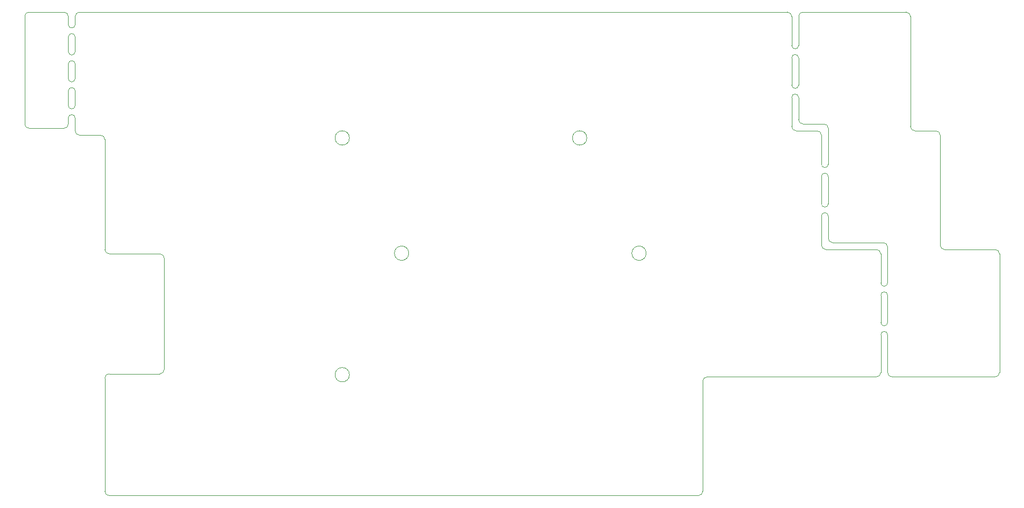
<source format=gm1>
G04 #@! TF.GenerationSoftware,KiCad,Pcbnew,(5.1.4)-1*
G04 #@! TF.CreationDate,2021-01-05T09:43:53-08:00*
G04 #@! TF.ProjectId,andante-classic,616e6461-6e74-4652-9d63-6c6173736963,rev?*
G04 #@! TF.SameCoordinates,Original*
G04 #@! TF.FileFunction,Profile,NP*
%FSLAX46Y46*%
G04 Gerber Fmt 4.6, Leading zero omitted, Abs format (unit mm)*
G04 Created by KiCad (PCBNEW (5.1.4)-1) date 2021-01-05 09:43:53*
%MOMM*%
%LPD*%
G04 APERTURE LIST*
%ADD10C,0.100000*%
G04 APERTURE END LIST*
D10*
X242850000Y-38534999D02*
G75*
G03X242850000Y-38534999I-1150000J0D01*
G01*
X281599999Y-42735000D02*
X281599999Y-36985000D01*
X160737500Y-24668331D02*
X160737499Y-22334997D01*
X159637500Y-22335000D02*
X159637499Y-24668333D01*
X204750000Y-76535000D02*
G75*
G03X204750000Y-76535000I-1150000J0D01*
G01*
X214275000Y-57035000D02*
G75*
G03X214275000Y-57035000I-1150000J0D01*
G01*
X204750000Y-38534999D02*
G75*
G03X204750000Y-38534999I-1150000J0D01*
G01*
X159637501Y-22334999D02*
G75*
G02X160737499Y-22334997I549999J0D01*
G01*
X277537500Y-36285000D02*
G75*
G02X276837500Y-35585000I0J700000D01*
G01*
X279799999Y-37385000D02*
G75*
G02X280499999Y-38085000I0J-700000D01*
G01*
X276437500Y-37385000D02*
X279799999Y-37385000D01*
X276837500Y-35585000D02*
X276837500Y-32035000D01*
X160737501Y-24668331D02*
G75*
G02X159637499Y-24668333I-550001J-2D01*
G01*
X275737500Y-32035000D02*
X275737500Y-36685000D01*
X252375000Y-57034999D02*
G75*
G03X252375000Y-57034999I-1150000J0D01*
G01*
X275737500Y-32035000D02*
G75*
G02X276837500Y-32035000I550000J0D01*
G01*
X276437500Y-37385000D02*
G75*
G02X275737500Y-36685000I0J700000D01*
G01*
X159637500Y-35335000D02*
X159637500Y-36285000D01*
X158937500Y-18335000D02*
G75*
G02X159637500Y-19035000I0J-700000D01*
G01*
X159637500Y-19035000D02*
X159637499Y-20334999D01*
X166200001Y-57134999D02*
G75*
G02X165500000Y-56435000I-1J700000D01*
G01*
X160737501Y-20334997D02*
G75*
G02X159637499Y-20334999I-550001J-2D01*
G01*
X276837500Y-23685000D02*
G75*
G02X275737500Y-23685000I-550000J0D01*
G01*
X275037500Y-18335000D02*
G75*
G02X275737500Y-19035000I0J-700000D01*
G01*
X161437500Y-18335001D02*
X275037500Y-18335001D01*
X160737501Y-19035000D02*
G75*
G02X161437500Y-18335001I699999J0D01*
G01*
X164800000Y-38085000D02*
X161437500Y-38085000D01*
X165500000Y-77083437D02*
G75*
G02X166200000Y-76383437I700000J0D01*
G01*
X291124999Y-68135000D02*
X291124999Y-63785000D01*
X175025000Y-75683437D02*
X175025000Y-57835000D01*
X290024999Y-63785000D02*
X290024999Y-68135000D01*
X165500000Y-56435000D02*
X165500000Y-38785000D01*
X161437500Y-38085000D02*
G75*
G02X160737500Y-37385000I0J700000D01*
G01*
X160737500Y-37385000D02*
X160737499Y-35334997D01*
X159637500Y-36285000D02*
G75*
G02X158937500Y-36985000I-700000J0D01*
G01*
X152637501Y-19035000D02*
G75*
G02X153337500Y-18335001I699999J0D01*
G01*
X160737500Y-20334997D02*
X160737500Y-19035000D01*
X275737500Y-19035000D02*
X275737500Y-23685000D01*
X153337500Y-18335001D02*
X158937500Y-18335001D01*
X152637500Y-36285000D02*
X152637500Y-19035000D01*
X153337500Y-36985000D02*
G75*
G02X152637500Y-36285000I0J700000D01*
G01*
X158937500Y-36985000D02*
X153337500Y-36985000D01*
X165500000Y-95235000D02*
X165500000Y-77083437D01*
X290024999Y-63785000D02*
G75*
G02X291124999Y-63785000I550000J0D01*
G01*
X174325000Y-57134999D02*
X166200000Y-57134999D01*
X166200000Y-76383437D02*
X174325000Y-76383437D01*
X175025000Y-75683437D02*
G75*
G02X174325000Y-76383437I-700000J0D01*
G01*
X280499999Y-44735000D02*
G75*
G02X281599999Y-44735000I550000J0D01*
G01*
X291124999Y-68135000D02*
G75*
G02X290024999Y-68135000I-550000J0D01*
G01*
X164800000Y-38085000D02*
G75*
G02X165500000Y-38785000I0J-700000D01*
G01*
X174325000Y-57135000D02*
G75*
G02X175025000Y-57835000I0J-700000D01*
G01*
X159637501Y-35334999D02*
G75*
G02X160737499Y-35334997I549999J0D01*
G01*
X290424999Y-55335000D02*
G75*
G02X291124999Y-56035000I0J-700000D01*
G01*
X281599999Y-42735000D02*
G75*
G02X280499999Y-42735000I-550000J0D01*
G01*
X281199999Y-56435000D02*
G75*
G02X280499999Y-55735000I0J700000D01*
G01*
X159637500Y-26668333D02*
X159637499Y-29001666D01*
X295487499Y-37385000D02*
X298850000Y-37385000D01*
X261450000Y-77585000D02*
X261450000Y-95235000D01*
X280499999Y-51085000D02*
X280499999Y-55735000D01*
X159637500Y-31001666D02*
X159637499Y-33334999D01*
X280499999Y-38085000D02*
X280499999Y-42735000D01*
X276837500Y-30035000D02*
G75*
G02X275737500Y-30035000I-550000J0D01*
G01*
X295487500Y-37385001D02*
G75*
G02X294787499Y-36685000I0J700001D01*
G01*
X281199999Y-56435000D02*
X289324999Y-56435000D01*
X280899999Y-36285000D02*
G75*
G02X281599999Y-36985000I0J-700000D01*
G01*
X159637501Y-26668333D02*
G75*
G02X160737499Y-26668331I549999J0D01*
G01*
X276837500Y-23685000D02*
X276837500Y-19035000D01*
X261450000Y-95235000D02*
G75*
G02X260750000Y-95935000I-700000J0D01*
G01*
X308374999Y-56435000D02*
G75*
G02X309074999Y-57135000I0J-700000D01*
G01*
X290024999Y-70135000D02*
G75*
G02X291124999Y-70135000I550000J0D01*
G01*
X291124999Y-61785000D02*
G75*
G02X290024999Y-61785000I-550000J0D01*
G01*
X275737500Y-25685000D02*
X275737500Y-30035000D01*
X280499999Y-51085000D02*
G75*
G02X281599999Y-51085000I550000J0D01*
G01*
X160737501Y-29001664D02*
G75*
G02X159637499Y-29001666I-550001J-2D01*
G01*
X280899999Y-36285000D02*
X277537500Y-36285000D01*
X160737501Y-33334997D02*
G75*
G02X159637499Y-33334999I-550001J-2D01*
G01*
X309074999Y-57135000D02*
X309074999Y-76185000D01*
X291124999Y-61785000D02*
X291124999Y-56035000D01*
X290024999Y-57135000D02*
X290024999Y-61785000D01*
X291124999Y-76185000D02*
X291124999Y-70135000D01*
X300250000Y-56435000D02*
X308374999Y-56435000D01*
X289324999Y-56435000D02*
G75*
G02X290024999Y-57135000I0J-700000D01*
G01*
X290424999Y-55335000D02*
X282299999Y-55335000D01*
X281599999Y-54635000D02*
X281599999Y-51085000D01*
X309075000Y-76184999D02*
G75*
G02X308374999Y-76885000I-700001J0D01*
G01*
X261450000Y-77585000D02*
G75*
G02X262150000Y-76885000I700000J0D01*
G01*
X308374999Y-76885000D02*
X291824999Y-76884999D01*
X294087500Y-18335000D02*
G75*
G02X294787500Y-19035000I0J-700000D01*
G01*
X160737500Y-33334997D02*
X160737499Y-31001664D01*
X280499999Y-44735000D02*
X280499999Y-49085000D01*
X159637501Y-31001666D02*
G75*
G02X160737499Y-31001664I549999J0D01*
G01*
X160737500Y-29001664D02*
X160737499Y-26668331D01*
X277537500Y-18335001D02*
X294087500Y-18335000D01*
X299549999Y-38085000D02*
X299550000Y-55735000D01*
X276837500Y-30035000D02*
X276837500Y-25685000D01*
X300250000Y-56435000D02*
G75*
G02X299550000Y-55735000I0J700000D01*
G01*
X298850000Y-37385001D02*
G75*
G02X299549999Y-38085000I0J-699999D01*
G01*
X290025000Y-76184999D02*
G75*
G02X289324999Y-76885000I-700001J0D01*
G01*
X281599999Y-49085000D02*
G75*
G02X280499999Y-49085000I-550000J0D01*
G01*
X291825000Y-76885001D02*
G75*
G02X291124999Y-76185000I0J700001D01*
G01*
X276837501Y-19035000D02*
G75*
G02X277537500Y-18335001I699999J0D01*
G01*
X275737500Y-25685000D02*
G75*
G02X276837500Y-25685000I550000J0D01*
G01*
X290024999Y-70135000D02*
X290024999Y-76185000D01*
X260750000Y-95935000D02*
X166200000Y-95935000D01*
X289324999Y-76885000D02*
X262150000Y-76885000D01*
X281599999Y-49085000D02*
X281599999Y-44735000D01*
X166200000Y-95935000D02*
G75*
G02X165500000Y-95235000I0J700000D01*
G01*
X294787500Y-19035000D02*
X294787499Y-36685000D01*
X282299999Y-55335000D02*
G75*
G02X281599999Y-54635000I0J700000D01*
G01*
M02*

</source>
